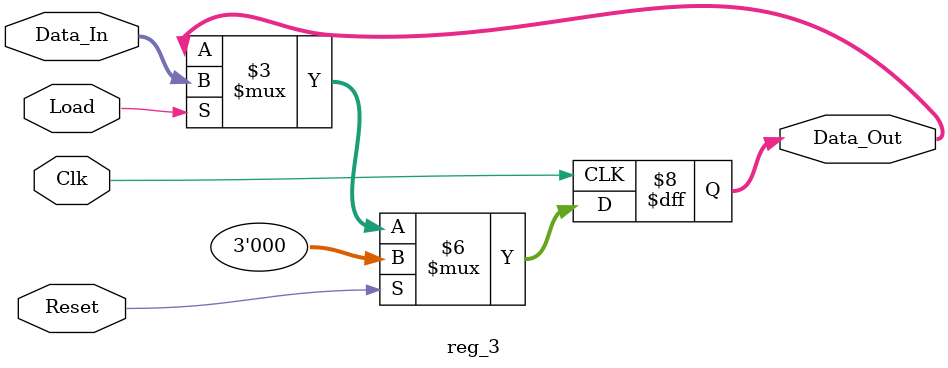
<source format=sv>
module reg_3 (
					input  logic Clk, Reset, Load,
					input  logic [2:0]  Data_In,
					output logic [2:0]  Data_Out
					);

    always_ff @ (posedge Clk)
    begin
	 	 if (Reset) //notice, this is a sycnrhonous reset, which is recommended on the FPGA
				Data_Out <= 16'h0;
		 else if (Load)
				Data_Out <= Data_In;
		 else
				Data_Out <= Data_Out;
    end
	
endmodule
</source>
